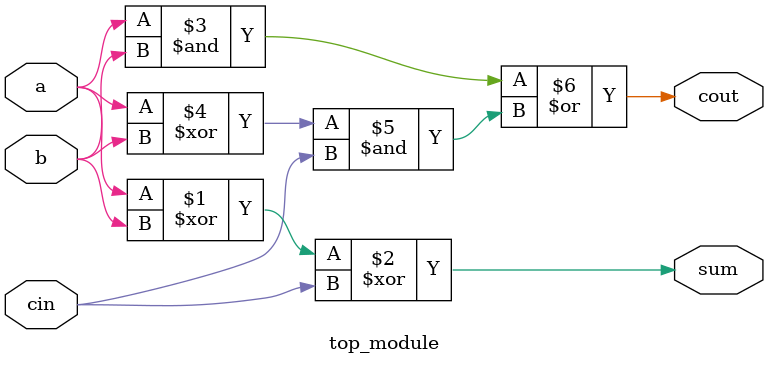
<source format=v>
module top_module( 
  input a, b, cin,
  output cout, sum );
    
  assign sum = a ^ b ^ cin;
  assign cout = (a & b) | ((a ^ b) & cin);

endmodule
</source>
